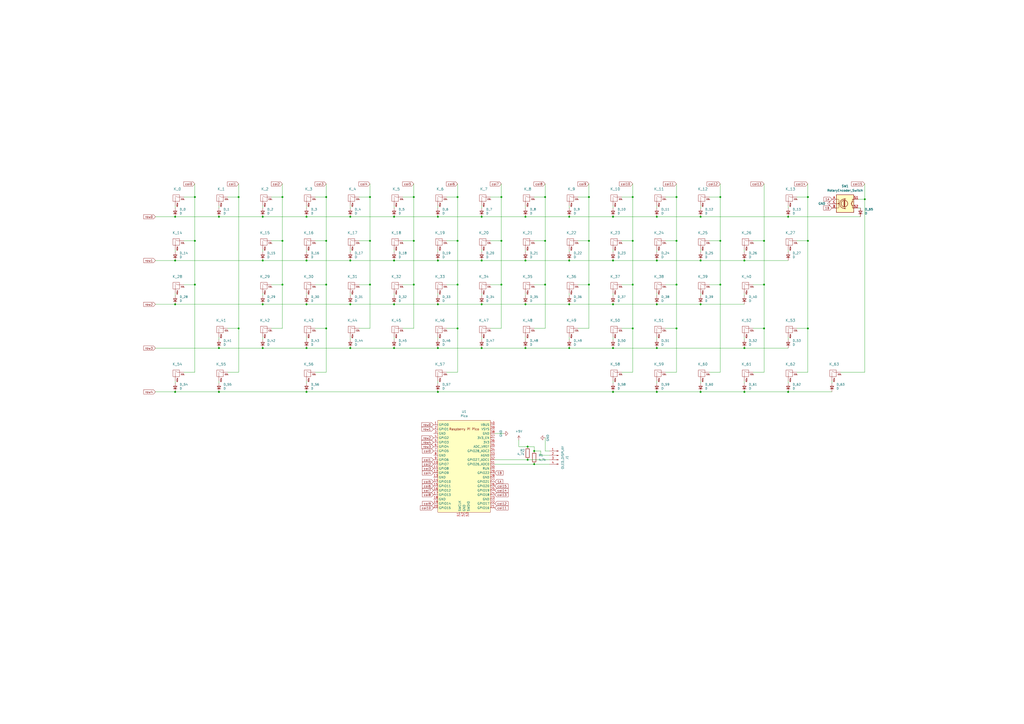
<source format=kicad_sch>
(kicad_sch (version 20231120) (generator "eeschema") (generator_version "8.0")
  (paper "A2")
  (junction (at 228.6 125.73))
  (junction (at 214.63 114.3))
  (junction (at 214.63 139.7))
  (junction (at 468.63 190.5))
  (junction (at 406.4 151.13))
  (junction (at 304.8 125.73))
  (junction (at 330.2 176.53))
  (junction (at 290.83 165.1))
  (junction (at 431.8 201.93))
  (junction (at 341.63 114.3))
  (junction (at 254 176.53))
  (junction (at 177.8 201.93))
  (junction (at 443.23 165.1))
  (junction (at 290.83 139.7))
  (junction (at 101.6 227.33))
  (junction (at 367.03 114.3))
  (junction (at 189.23 139.7))
  (junction (at 330.2 201.93))
  (junction (at 392.43 165.1))
  (junction (at 309.88 261.62))
  (junction (at 431.8 227.33))
  (junction (at 203.2 176.53))
  (junction (at 113.03 165.1))
  (junction (at 203.2 201.93))
  (junction (at 228.6 176.53))
  (junction (at 101.6 151.13))
  (junction (at 127 227.33))
  (junction (at 152.4 176.53))
  (junction (at 306.07 259.08))
  (junction (at 457.2 125.73))
  (junction (at 309.88 269.24))
  (junction (at 304.8 176.53))
  (junction (at 290.83 114.3))
  (junction (at 501.65 115.57))
  (junction (at 254 201.93))
  (junction (at 431.8 151.13))
  (junction (at 367.03 139.7))
  (junction (at 127 201.93))
  (junction (at 381 125.73))
  (junction (at 177.8 125.73))
  (junction (at 341.63 165.1))
  (junction (at 214.63 165.1))
  (junction (at 152.4 125.73))
  (junction (at 254 151.13))
  (junction (at 355.6 227.33))
  (junction (at 189.23 114.3))
  (junction (at 113.03 114.3))
  (junction (at 240.03 114.3))
  (junction (at 177.8 227.33))
  (junction (at 457.2 227.33))
  (junction (at 392.43 114.3))
  (junction (at 101.6 125.73))
  (junction (at 330.2 151.13))
  (junction (at 279.4 151.13))
  (junction (at 355.6 125.73))
  (junction (at 306.07 266.7))
  (junction (at 417.83 114.3))
  (junction (at 152.4 201.93))
  (junction (at 163.83 165.1))
  (junction (at 316.23 139.7))
  (junction (at 443.23 190.5))
  (junction (at 177.8 151.13))
  (junction (at 127 125.73))
  (junction (at 240.03 139.7))
  (junction (at 138.43 190.5))
  (junction (at 279.4 201.93))
  (junction (at 189.23 165.1))
  (junction (at 367.03 165.1))
  (junction (at 468.63 114.3))
  (junction (at 417.83 139.7))
  (junction (at 265.43 114.3))
  (junction (at 163.83 139.7))
  (junction (at 304.8 151.13))
  (junction (at 203.2 125.73))
  (junction (at 265.43 165.1))
  (junction (at 316.23 165.1))
  (junction (at 330.2 125.73))
  (junction (at 381 176.53))
  (junction (at 406.4 176.53))
  (junction (at 355.6 201.93))
  (junction (at 381 227.33))
  (junction (at 406.4 227.33))
  (junction (at 254 227.33))
  (junction (at 355.6 176.53))
  (junction (at 316.23 114.3))
  (junction (at 392.43 139.7))
  (junction (at 265.43 190.5))
  (junction (at 265.43 139.7))
  (junction (at 138.43 114.3))
  (junction (at 177.8 176.53))
  (junction (at 203.2 151.13))
  (junction (at 279.4 176.53))
  (junction (at 228.6 151.13))
  (junction (at 406.4 125.73))
  (junction (at 279.4 125.73))
  (junction (at 367.03 190.5))
  (junction (at 381 201.93))
  (junction (at 152.4 151.13))
  (junction (at 189.23 190.5))
  (junction (at 392.43 190.5))
  (junction (at 443.23 139.7))
  (junction (at 381 151.13))
  (junction (at 417.83 165.1))
  (junction (at 163.83 114.3))
  (junction (at 113.03 139.7))
  (junction (at 254 125.73))
  (junction (at 355.6 151.13))
  (junction (at 468.63 139.7))
  (junction (at 240.03 165.1))
  (junction (at 101.6 176.53))
  (junction (at 228.6 201.93))
  (junction (at 304.8 201.93))
  (junction (at 341.63 139.7))
  (wire (pts (xy 228.6 195.58) (xy 228.6 196.85)))
  (wire (pts (xy 304.8 119.38) (xy 304.8 120.65)))
  (wire (pts (xy 152.4 176.53) (xy 177.8 176.53)))
  (wire (pts (xy 468.63 114.3) (xy 468.63 139.7)))
  (wire (pts (xy 214.63 165.1) (xy 214.63 139.7)))
  (wire (pts (xy 228.6 176.53) (xy 254 176.53)))
  (wire (pts (xy 101.6 119.38) (xy 101.6 120.65)))
  (wire (pts (xy 228.6 151.13) (xy 254 151.13)))
  (wire (pts (xy 203.2 144.78) (xy 203.2 146.05)))
  (wire (pts (xy 330.2 119.38) (xy 330.2 120.65)))
  (wire (pts (xy 386.08 114.3) (xy 392.43 114.3)))
  (wire (pts (xy 182.88 165.1) (xy 189.23 165.1)))
  (wire (pts (xy 233.68 139.7) (xy 240.03 139.7)))
  (wire (pts (xy 203.2 119.38) (xy 203.2 120.65)))
  (wire (pts (xy 360.68 215.9) (xy 367.03 215.9)))
  (wire (pts (xy 431.8 151.13) (xy 457.2 151.13)))
  (wire (pts (xy 360.68 139.7) (xy 367.03 139.7)))
  (wire (pts (xy 462.28 215.9) (xy 468.63 215.9)))
  (wire (pts (xy 240.03 106.68) (xy 240.03 114.3)))
  (wire (pts (xy 457.2 220.98) (xy 457.2 222.25)))
  (wire (pts (xy 228.6 119.38) (xy 228.6 120.65)))
  (wire (pts (xy 309.88 259.08) (xy 306.07 259.08)))
  (wire (pts (xy 335.28 114.3) (xy 341.63 114.3)))
  (wire (pts (xy 290.83 106.68) (xy 290.83 114.3)))
  (wire (pts (xy 265.43 190.5) (xy 265.43 165.1)))
  (wire (pts (xy 497.84 120.65) (xy 499.11 120.65)))
  (wire (pts (xy 330.2 195.58) (xy 330.2 196.85)))
  (wire (pts (xy 313.69 264.16) (xy 313.69 261.62)))
  (wire (pts (xy 254 125.73) (xy 279.4 125.73)))
  (wire (pts (xy 101.6 220.98) (xy 101.6 222.25)))
  (wire (pts (xy 127 227.33) (xy 177.8 227.33)))
  (wire (pts (xy 163.83 190.5) (xy 163.83 165.1)))
  (wire (pts (xy 443.23 106.68) (xy 443.23 139.7)))
  (wire (pts (xy 411.48 215.9) (xy 417.83 215.9)))
  (wire (pts (xy 304.8 144.78) (xy 304.8 146.05)))
  (wire (pts (xy 381 201.93) (xy 431.8 201.93)))
  (wire (pts (xy 355.6 227.33) (xy 381 227.33)))
  (wire (pts (xy 240.03 114.3) (xy 240.03 139.7)))
  (wire (pts (xy 259.08 114.3) (xy 265.43 114.3)))
  (wire (pts (xy 208.28 165.1) (xy 214.63 165.1)))
  (wire (pts (xy 163.83 114.3) (xy 163.83 139.7)))
  (wire (pts (xy 279.4 201.93) (xy 304.8 201.93)))
  (wire (pts (xy 367.03 165.1) (xy 367.03 139.7)))
  (wire (pts (xy 101.6 125.73) (xy 127 125.73)))
  (wire (pts (xy 138.43 114.3) (xy 138.43 190.5)))
  (wire (pts (xy 279.4 125.73) (xy 304.8 125.73)))
  (wire (pts (xy 330.2 125.73) (xy 355.6 125.73)))
  (wire (pts (xy 316.23 106.68) (xy 316.23 114.3)))
  (wire (pts (xy 316.23 254) (xy 316.23 261.62)))
  (wire (pts (xy 284.48 114.3) (xy 290.83 114.3)))
  (wire (pts (xy 90.17 227.33) (xy 101.6 227.33)))
  (wire (pts (xy 177.8 227.33) (xy 254 227.33)))
  (wire (pts (xy 290.83 165.1) (xy 290.83 139.7)))
  (wire (pts (xy 367.03 190.5) (xy 367.03 165.1)))
  (wire (pts (xy 233.68 114.3) (xy 240.03 114.3)))
  (wire (pts (xy 90.17 151.13) (xy 101.6 151.13)))
  (wire (pts (xy 457.2 195.58) (xy 457.2 196.85)))
  (wire (pts (xy 287.02 269.24) (xy 309.88 269.24)))
  (wire (pts (xy 279.4 119.38) (xy 279.4 120.65)))
  (wire (pts (xy 341.63 190.5) (xy 341.63 165.1)))
  (wire (pts (xy 182.88 139.7) (xy 189.23 139.7)))
  (wire (pts (xy 406.4 227.33) (xy 431.8 227.33)))
  (wire (pts (xy 177.8 125.73) (xy 203.2 125.73)))
  (wire (pts (xy 304.8 151.13) (xy 330.2 151.13)))
  (wire (pts (xy 101.6 227.33) (xy 127 227.33)))
  (wire (pts (xy 411.48 139.7) (xy 417.83 139.7)))
  (wire (pts (xy 431.8 195.58) (xy 431.8 196.85)))
  (wire (pts (xy 189.23 106.68) (xy 189.23 114.3)))
  (wire (pts (xy 355.6 201.93) (xy 381 201.93)))
  (wire (pts (xy 189.23 215.9) (xy 189.23 190.5)))
  (wire (pts (xy 304.8 176.53) (xy 330.2 176.53)))
  (wire (pts (xy 381 151.13) (xy 406.4 151.13)))
  (wire (pts (xy 360.68 190.5) (xy 367.03 190.5)))
  (wire (pts (xy 157.48 114.3) (xy 163.83 114.3)))
  (wire (pts (xy 254 220.98) (xy 254 222.25)))
  (wire (pts (xy 254 201.93) (xy 279.4 201.93)))
  (wire (pts (xy 163.83 106.68) (xy 163.83 114.3)))
  (wire (pts (xy 177.8 220.98) (xy 177.8 222.25)))
  (wire (pts (xy 203.2 170.18) (xy 203.2 171.45)))
  (wire (pts (xy 381 170.18) (xy 381 171.45)))
  (wire (pts (xy 300.99 259.08) (xy 300.99 255.27)))
  (wire (pts (xy 417.83 106.68) (xy 417.83 114.3)))
  (wire (pts (xy 462.28 139.7) (xy 468.63 139.7)))
  (wire (pts (xy 309.88 114.3) (xy 316.23 114.3)))
  (wire (pts (xy 203.2 195.58) (xy 203.2 196.85)))
  (wire (pts (xy 417.83 215.9) (xy 417.83 165.1)))
  (wire (pts (xy 462.28 114.3) (xy 468.63 114.3)))
  (wire (pts (xy 316.23 114.3) (xy 316.23 139.7)))
  (wire (pts (xy 132.08 190.5) (xy 138.43 190.5)))
  (wire (pts (xy 265.43 165.1) (xy 265.43 139.7)))
  (wire (pts (xy 355.6 119.38) (xy 355.6 120.65)))
  (wire (pts (xy 381 227.33) (xy 406.4 227.33)))
  (wire (pts (xy 355.6 151.13) (xy 381 151.13)))
  (wire (pts (xy 279.4 151.13) (xy 304.8 151.13)))
  (wire (pts (xy 443.23 215.9) (xy 443.23 190.5)))
  (wire (pts (xy 304.8 170.18) (xy 304.8 171.45)))
  (wire (pts (xy 392.43 190.5) (xy 392.43 165.1)))
  (wire (pts (xy 138.43 215.9) (xy 138.43 190.5)))
  (wire (pts (xy 411.48 165.1) (xy 417.83 165.1)))
  (wire (pts (xy 436.88 215.9) (xy 443.23 215.9)))
  (wire (pts (xy 152.4 144.78) (xy 152.4 146.05)))
  (wire (pts (xy 309.88 269.24) (xy 318.77 269.24)))
  (wire (pts (xy 203.2 151.13) (xy 228.6 151.13)))
  (wire (pts (xy 436.88 190.5) (xy 443.23 190.5)))
  (wire (pts (xy 497.84 115.57) (xy 501.65 115.57)))
  (wire (pts (xy 431.8 201.93) (xy 457.2 201.93)))
  (wire (pts (xy 457.2 119.38) (xy 457.2 120.65)))
  (wire (pts (xy 309.88 190.5) (xy 316.23 190.5)))
  (wire (pts (xy 214.63 190.5) (xy 214.63 165.1)))
  (wire (pts (xy 127 125.73) (xy 152.4 125.73)))
  (wire (pts (xy 335.28 139.7) (xy 341.63 139.7)))
  (wire (pts (xy 355.6 125.73) (xy 381 125.73)))
  (wire (pts (xy 341.63 114.3) (xy 341.63 139.7)))
  (wire (pts (xy 284.48 190.5) (xy 290.83 190.5)))
  (wire (pts (xy 101.6 151.13) (xy 152.4 151.13)))
  (wire (pts (xy 106.68 139.7) (xy 113.03 139.7)))
  (wire (pts (xy 177.8 119.38) (xy 177.8 120.65)))
  (wire (pts (xy 436.88 165.1) (xy 443.23 165.1)))
  (wire (pts (xy 406.4 125.73) (xy 457.2 125.73)))
  (wire (pts (xy 90.17 176.53) (xy 101.6 176.53)))
  (wire (pts (xy 355.6 144.78) (xy 355.6 146.05)))
  (wire (pts (xy 287.02 266.7) (xy 306.07 266.7)))
  (wire (pts (xy 367.03 106.68) (xy 367.03 114.3)))
  (wire (pts (xy 330.2 176.53) (xy 355.6 176.53)))
  (wire (pts (xy 240.03 165.1) (xy 240.03 139.7)))
  (wire (pts (xy 360.68 114.3) (xy 367.03 114.3)))
  (wire (pts (xy 316.23 190.5) (xy 316.23 165.1)))
  (wire (pts (xy 177.8 195.58) (xy 177.8 196.85)))
  (wire (pts (xy 90.17 125.73) (xy 101.6 125.73)))
  (wire (pts (xy 233.68 165.1) (xy 240.03 165.1)))
  (wire (pts (xy 436.88 139.7) (xy 443.23 139.7)))
  (wire (pts (xy 309.88 165.1) (xy 316.23 165.1)))
  (wire (pts (xy 152.4 125.73) (xy 177.8 125.73)))
  (wire (pts (xy 487.68 215.9) (xy 501.65 215.9)))
  (wire (pts (xy 431.8 227.33) (xy 457.2 227.33)))
  (wire (pts (xy 254 176.53) (xy 279.4 176.53)))
  (wire (pts (xy 304.8 201.93) (xy 330.2 201.93)))
  (wire (pts (xy 157.48 139.7) (xy 163.83 139.7)))
  (wire (pts (xy 381 195.58) (xy 381 196.85)))
  (wire (pts (xy 177.8 144.78) (xy 177.8 146.05)))
  (wire (pts (xy 259.08 139.7) (xy 265.43 139.7)))
  (wire (pts (xy 381 220.98) (xy 381 222.25)))
  (wire (pts (xy 101.6 144.78) (xy 101.6 146.05)))
  (wire (pts (xy 309.88 139.7) (xy 316.23 139.7)))
  (wire (pts (xy 406.4 176.53) (xy 431.8 176.53)))
  (wire (pts (xy 279.4 170.18) (xy 279.4 171.45)))
  (wire (pts (xy 254 195.58) (xy 254 196.85)))
  (wire (pts (xy 381 176.53) (xy 406.4 176.53)))
  (wire (pts (xy 443.23 165.1) (xy 443.23 139.7)))
  (wire (pts (xy 406.4 119.38) (xy 406.4 120.65)))
  (wire (pts (xy 386.08 139.7) (xy 392.43 139.7)))
  (wire (pts (xy 177.8 176.53) (xy 203.2 176.53)))
  (wire (pts (xy 284.48 165.1) (xy 290.83 165.1)))
  (wire (pts (xy 330.2 170.18) (xy 330.2 171.45)))
  (wire (pts (xy 431.8 170.18) (xy 431.8 171.45)))
  (wire (pts (xy 127 201.93) (xy 152.4 201.93)))
  (wire (pts (xy 163.83 165.1) (xy 163.83 139.7)))
  (wire (pts (xy 113.03 106.68) (xy 113.03 114.3)))
  (wire (pts (xy 254 119.38) (xy 254 120.65)))
  (wire (pts (xy 309.88 261.62) (xy 309.88 259.08)))
  (wire (pts (xy 392.43 215.9) (xy 392.43 190.5)))
  (wire (pts (xy 228.6 125.73) (xy 254 125.73)))
  (wire (pts (xy 501.65 106.68) (xy 501.65 115.57)))
  (wire (pts (xy 355.6 220.98) (xy 355.6 222.25)))
  (wire (pts (xy 182.88 215.9) (xy 189.23 215.9)))
  (wire (pts (xy 367.03 215.9) (xy 367.03 190.5)))
  (wire (pts (xy 279.4 195.58) (xy 279.4 196.85)))
  (wire (pts (xy 431.8 220.98) (xy 431.8 222.25)))
  (wire (pts (xy 306.07 259.08) (xy 300.99 259.08)))
  (wire (pts (xy 355.6 170.18) (xy 355.6 171.45)))
  (wire (pts (xy 203.2 176.53) (xy 228.6 176.53)))
  (wire (pts (xy 152.4 151.13) (xy 177.8 151.13)))
  (wire (pts (xy 316.23 261.62) (xy 318.77 261.62)))
  (wire (pts (xy 182.88 114.3) (xy 189.23 114.3)))
  (wire (pts (xy 341.63 106.68) (xy 341.63 114.3)))
  (wire (pts (xy 330.2 144.78) (xy 330.2 146.05)))
  (wire (pts (xy 203.2 125.73) (xy 228.6 125.73)))
  (wire (pts (xy 392.43 106.68) (xy 392.43 114.3)))
  (wire (pts (xy 240.03 190.5) (xy 240.03 165.1)))
  (wire (pts (xy 386.08 215.9) (xy 392.43 215.9)))
  (wire (pts (xy 335.28 165.1) (xy 341.63 165.1)))
  (wire (pts (xy 290.83 114.3) (xy 290.83 139.7)))
  (wire (pts (xy 127 220.98) (xy 127 222.25)))
  (wire (pts (xy 101.6 176.53) (xy 152.4 176.53)))
  (wire (pts (xy 265.43 215.9) (xy 265.43 190.5)))
  (wire (pts (xy 208.28 139.7) (xy 214.63 139.7)))
  (wire (pts (xy 468.63 190.5) (xy 468.63 139.7)))
  (wire (pts (xy 335.28 190.5) (xy 341.63 190.5)))
  (wire (pts (xy 127 119.38) (xy 127 120.65)))
  (wire (pts (xy 106.68 165.1) (xy 113.03 165.1)))
  (wire (pts (xy 381 125.73) (xy 406.4 125.73)))
  (wire (pts (xy 228.6 201.93) (xy 254 201.93)))
  (wire (pts (xy 306.07 266.7) (xy 318.77 266.7)))
  (wire (pts (xy 457.2 144.78) (xy 457.2 146.05)))
  (wire (pts (xy 138.43 106.68) (xy 138.43 114.3)))
  (wire (pts (xy 304.8 195.58) (xy 304.8 196.85)))
  (wire (pts (xy 482.6 220.98) (xy 482.6 222.25)))
  (wire (pts (xy 113.03 215.9) (xy 113.03 165.1)))
  (wire (pts (xy 330.2 201.93) (xy 355.6 201.93)))
  (wire (pts (xy 406.4 220.98) (xy 406.4 222.25)))
  (wire (pts (xy 360.68 165.1) (xy 367.03 165.1)))
  (wire (pts (xy 177.8 170.18) (xy 177.8 171.45)))
  (wire (pts (xy 313.69 261.62) (xy 309.88 261.62)))
  (wire (pts (xy 157.48 190.5) (xy 163.83 190.5)))
  (wire (pts (xy 341.63 165.1) (xy 341.63 139.7)))
  (wire (pts (xy 367.03 114.3) (xy 367.03 139.7)))
  (wire (pts (xy 259.08 165.1) (xy 265.43 165.1)))
  (wire (pts (xy 152.4 195.58) (xy 152.4 196.85)))
  (wire (pts (xy 355.6 195.58) (xy 355.6 196.85)))
  (wire (pts (xy 392.43 114.3) (xy 392.43 139.7)))
  (wire (pts (xy 279.4 144.78) (xy 279.4 146.05)))
  (wire (pts (xy 292.1 251.46) (xy 287.02 251.46)))
  (wire (pts (xy 127 195.58) (xy 127 196.85)))
  (wire (pts (xy 304.8 125.73) (xy 330.2 125.73)))
  (wire (pts (xy 443.23 190.5) (xy 443.23 165.1)))
  (wire (pts (xy 316.23 165.1) (xy 316.23 139.7)))
  (wire (pts (xy 189.23 165.1) (xy 189.23 139.7)))
  (wire (pts (xy 265.43 114.3) (xy 265.43 139.7)))
  (wire (pts (xy 152.4 201.93) (xy 177.8 201.93)))
  (wire (pts (xy 468.63 106.68) (xy 468.63 114.3)))
  (wire (pts (xy 462.28 190.5) (xy 468.63 190.5)))
  (wire (pts (xy 157.48 165.1) (xy 163.83 165.1)))
  (wire (pts (xy 189.23 114.3) (xy 189.23 139.7)))
  (wire (pts (xy 355.6 176.53) (xy 381 176.53)))
  (wire (pts (xy 203.2 201.93) (xy 228.6 201.93)))
  (wire (pts (xy 113.03 114.3) (xy 113.03 139.7)))
  (wire (pts (xy 152.4 119.38) (xy 152.4 120.65)))
  (wire (pts (xy 381 144.78) (xy 381 146.05)))
  (wire (pts (xy 457.2 227.33) (xy 482.6 227.33)))
  (wire (pts (xy 182.88 190.5) (xy 189.23 190.5)))
  (wire (pts (xy 106.68 215.9) (xy 113.03 215.9)))
  (wire (pts (xy 284.48 139.7) (xy 290.83 139.7)))
  (wire (pts (xy 152.4 170.18) (xy 152.4 171.45)))
  (wire (pts (xy 254 227.33) (xy 355.6 227.33)))
  (wire (pts (xy 208.28 190.5) (xy 214.63 190.5)))
  (wire (pts (xy 411.48 114.3) (xy 417.83 114.3)))
  (wire (pts (xy 132.08 215.9) (xy 138.43 215.9)))
  (wire (pts (xy 254 151.13) (xy 279.4 151.13)))
  (wire (pts (xy 417.83 165.1) (xy 417.83 139.7)))
  (wire (pts (xy 208.28 114.3) (xy 214.63 114.3)))
  (wire (pts (xy 468.63 215.9) (xy 468.63 190.5)))
  (wire (pts (xy 386.08 165.1) (xy 392.43 165.1)))
  (wire (pts (xy 228.6 170.18) (xy 228.6 171.45)))
  (wire (pts (xy 417.83 114.3) (xy 417.83 139.7)))
  (wire (pts (xy 290.83 190.5) (xy 290.83 165.1)))
  (wire (pts (xy 101.6 170.18) (xy 101.6 171.45)))
  (wire (pts (xy 265.43 106.68) (xy 265.43 114.3)))
  (wire (pts (xy 259.08 190.5) (xy 265.43 190.5)))
  (wire (pts (xy 177.8 201.93) (xy 203.2 201.93)))
  (wire (pts (xy 431.8 144.78) (xy 431.8 146.05)))
  (wire (pts (xy 254 144.78) (xy 254 146.05)))
  (wire (pts (xy 177.8 151.13) (xy 203.2 151.13)))
  (wire (pts (xy 233.68 190.5) (xy 240.03 190.5)))
  (wire (pts (xy 313.69 264.16) (xy 318.77 264.16)))
  (wire (pts (xy 228.6 144.78) (xy 228.6 146.05)))
  (wire (pts (xy 254 170.18) (xy 254 171.45)))
  (wire (pts (xy 113.03 165.1) (xy 113.03 139.7)))
  (wire (pts (xy 330.2 151.13) (xy 355.6 151.13)))
  (wire (pts (xy 214.63 106.68) (xy 214.63 114.3)))
  (wire (pts (xy 501.65 115.57) (xy 501.65 215.9)))
  (wire (pts (xy 386.08 190.5) (xy 392.43 190.5)))
  (wire (pts (xy 189.23 190.5) (xy 189.23 165.1)))
  (wire (pts (xy 90.17 201.93) (xy 127 201.93)))
  (wire (pts (xy 279.4 176.53) (xy 304.8 176.53)))
  (wire (pts (xy 392.43 165.1) (xy 392.43 139.7)))
  (wire (pts (xy 406.4 151.13) (xy 431.8 151.13)))
  (wire (pts (xy 381 119.38) (xy 381 120.65)))
  (wire (pts (xy 214.63 114.3) (xy 214.63 139.7)))
  (wire (pts (xy 259.08 215.9) (xy 265.43 215.9)))
  (wire (pts (xy 132.08 114.3) (xy 138.43 114.3)))
  (wire (pts (xy 406.4 170.18) (xy 406.4 171.45)))
  (wire (pts (xy 406.4 144.78) (xy 406.4 146.05)))
  (wire (pts (xy 106.68 114.3) (xy 113.03 114.3)))
  (wire (pts (xy 457.2 125.73) (xy 499.11 125.73)))
  (global_label "col3" (shape input) (at 189.23 106.68 180) (property "Intersheetrefs" "${INTERSHEET_REFS}" (effects (hide yes))))
  (global_label "col4" (shape input) (at 251.46 274.32 180) (property "Intersheetrefs" "${INTERSHEET_REFS}" (effects (hide yes))))
  (global_label "col8" (shape input) (at 251.46 287.02 180) (property "Intersheetrefs" "${INTERSHEET_REFS}" (effects (hide yes))))
  (global_label "row4" (shape input) (at 90.17 227.33 180) (property "Intersheetrefs" "${INTERSHEET_REFS}" (effects (hide yes))))
  (global_label "row3" (shape input) (at 251.46 259.08 180) (property "Intersheetrefs" "${INTERSHEET_REFS}" (effects (hide yes))))
  (global_label "col3" (shape input) (at 251.46 271.78 180) (property "Intersheetrefs" "${INTERSHEET_REFS}" (effects (hide yes))))
  (global_label "col13" (shape input) (at 443.23 106.68 180) (property "Intersheetrefs" "${INTERSHEET_REFS}" (effects (hide yes))))
  (global_label "col13" (shape input) (at 287.02 287.02 0) (property "Intersheetrefs" "${INTERSHEET_REFS}" (effects (hide yes))))
  (global_label "col7" (shape input) (at 251.46 284.48 180) (property "Intersheetrefs" "${INTERSHEET_REFS}" (effects (hide yes))))
  (global_label "col2" (shape input) (at 251.46 269.24 180) (property "Intersheetrefs" "${INTERSHEET_REFS}" (effects (hide yes))))
  (global_label "col0" (shape input) (at 113.03 106.68 180) (property "Intersheetrefs" "${INTERSHEET_REFS}" (effects (hide yes))))
  (global_label "col8" (shape input) (at 316.23 106.68 180) (property "Intersheetrefs" "${INTERSHEET_REFS}" (effects (hide yes))))
  (global_label "row0" (shape input) (at 90.17 125.73 180) (property "Intersheetrefs" "${INTERSHEET_REFS}" (effects (hide yes))))
  (global_label "col2" (shape input) (at 163.83 106.68 180) (property "Intersheetrefs" "${INTERSHEET_REFS}" (effects (hide yes))))
  (global_label "col12" (shape input) (at 287.02 292.1 0) (property "Intersheetrefs" "${INTERSHEET_REFS}" (effects (hide yes))))
  (global_label "col15" (shape input) (at 287.02 281.94 0) (property "Intersheetrefs" "${INTERSHEET_REFS}" (effects (hide yes))))
  (global_label "row2" (shape input) (at 251.46 254 180) (property "Intersheetrefs" "${INTERSHEET_REFS}" (effects (hide yes))))
  (global_label "row1" (shape input) (at 90.17 151.13 180) (property "Intersheetrefs" "${INTERSHEET_REFS}" (effects (hide yes))))
  (global_label "col5" (shape input) (at 251.46 279.4 180) (property "Intersheetrefs" "${INTERSHEET_REFS}" (effects (hide yes))))
  (global_label "1A" (shape input) (at 482.6 115.57 180) (property "Intersheetrefs" "${INTERSHEET_REFS}" (effects (hide yes))))
  (global_label "col1" (shape input) (at 251.46 266.7 180) (property "Intersheetrefs" "${INTERSHEET_REFS}" (effects (hide yes))))
  (global_label "col6" (shape input) (at 265.43 106.68 180) (property "Intersheetrefs" "${INTERSHEET_REFS}" (effects (hide yes))))
  (global_label "row4" (shape input) (at 251.46 256.54 180) (property "Intersheetrefs" "${INTERSHEET_REFS}" (effects (hide yes))))
  (global_label "col1" (shape input) (at 138.43 106.68 180) (property "Intersheetrefs" "${INTERSHEET_REFS}" (effects (hide yes))))
  (global_label "col12" (shape input) (at 417.83 106.68 180) (property "Intersheetrefs" "${INTERSHEET_REFS}" (effects (hide yes))))
  (global_label "row3" (shape input) (at 90.17 201.93 180) (property "Intersheetrefs" "${INTERSHEET_REFS}" (effects (hide yes))))
  (global_label "col7" (shape input) (at 290.83 106.68 180) (property "Intersheetrefs" "${INTERSHEET_REFS}" (effects (hide yes))))
  (global_label "col14" (shape input) (at 287.02 284.48 0) (property "Intersheetrefs" "${INTERSHEET_REFS}" (effects (hide yes))))
  (global_label "col5" (shape input) (at 240.03 106.68 180) (property "Intersheetrefs" "${INTERSHEET_REFS}" (effects (hide yes))))
  (global_label "col9" (shape input) (at 341.63 106.68 180) (property "Intersheetrefs" "${INTERSHEET_REFS}" (effects (hide yes))))
  (global_label "col6" (shape input) (at 251.46 281.94 180) (property "Intersheetrefs" "${INTERSHEET_REFS}" (effects (hide yes))))
  (global_label "row0" (shape input) (at 251.46 246.38 180) (property "Intersheetrefs" "${INTERSHEET_REFS}" (effects (hide yes))))
  (global_label "1A" (shape input) (at 287.02 279.4 0) (property "Intersheetrefs" "${INTERSHEET_REFS}" (effects (hide yes))))
  (global_label "row2" (shape input) (at 90.17 176.53 180) (property "Intersheetrefs" "${INTERSHEET_REFS}" (effects (hide yes))))
  (global_label "col11" (shape input) (at 287.02 294.64 0) (property "Intersheetrefs" "${INTERSHEET_REFS}" (effects (hide yes))))
  (global_label "col10" (shape input) (at 367.03 106.68 180) (property "Intersheetrefs" "${INTERSHEET_REFS}" (effects (hide yes))))
  (global_label "col0" (shape input) (at 251.46 261.62 180) (property "Intersheetrefs" "${INTERSHEET_REFS}" (effects (hide yes))))
  (global_label "col14" (shape input) (at 468.63 106.68 180) (property "Intersheetrefs" "${INTERSHEET_REFS}" (effects (hide yes))))
  (global_label "col4" (shape input) (at 214.63 106.68 180) (property "Intersheetrefs" "${INTERSHEET_REFS}" (effects (hide yes))))
  (global_label "1B" (shape input) (at 287.02 274.32 0) (property "Intersheetrefs" "${INTERSHEET_REFS}" (effects (hide yes))))
  (global_label "row1" (shape input) (at 251.46 248.92 180) (property "Intersheetrefs" "${INTERSHEET_REFS}" (effects (hide yes))))
  (global_label "col11" (shape input) (at 392.43 106.68 180) (property "Intersheetrefs" "${INTERSHEET_REFS}" (effects (hide yes))))
  (global_label "col15" (shape input) (at 501.65 106.68 180) (property "Intersheetrefs" "${INTERSHEET_REFS}" (effects (hide yes))))
  (global_label "col9" (shape input) (at 251.46 292.1 180) (property "Intersheetrefs" "${INTERSHEET_REFS}" (effects (hide yes))))
  (global_label "1B" (shape input) (at 482.6 120.65 180) (property "Intersheetrefs" "${INTERSHEET_REFS}" (effects (hide yes))))
  (global_label "col10" (shape input) (at 251.46 294.64 180) (property "Intersheetrefs" "${INTERSHEET_REFS}" (effects (hide yes))))
  (symbol (lib_id "Device:D_Small") (at 406.4 148.59 90) (unit 1)
    (property "Reference" "D_25" (at 408.94 146.812 90) (effects (justify right)))
    (property "Value" "D" (at 408.94 149.098 90) (effects (justify right)))
    (property "Footprint" "Diode_THT:D_A-405_P7.62mm_Horizontal" (effects (hide yes)))
  )
  (symbol (lib_id "MX_Alps_Hybrid:MX-NoLED") (at 153.67 115.57 0) (unit 1)
    (property "Reference" "K_2" (at 153.67 109.6518 0) (effects (font (size 1.524 1.524))))
    (property "Value" "KEYSW" (effects (hide yes)))
    (property "Footprint" "Button_Switch_Keyboard:SW_Cherry_MX_1.00u_PCB" (effects (hide yes)))
  )
  (symbol (lib_id "MX_Alps_Hybrid:MX-NoLED") (at 458.47 217.17 0) (unit 1)
    (property "Reference" "K_62" (at 458.47 211.2518 0) (effects (font (size 1.524 1.524))))
    (property "Value" "KEYSW" (effects (hide yes)))
    (property "Footprint" "Button_Switch_Keyboard:SW_Cherry_MX_1.00u_PCB" (effects (hide yes)))
  )
  (symbol (lib_id "Device:D_Small") (at 228.6 173.99 90) (unit 1)
    (property "Reference" "D_32" (at 231.14 172.212 90) (effects (justify right)))
    (property "Value" "D" (at 231.14 174.498 90) (effects (justify right)))
    (property "Footprint" "Diode_THT:D_A-405_P7.62mm_Horizontal" (effects (hide yes)))
  )
  (symbol (lib_id "MX_Alps_Hybrid:MX-NoLED") (at 331.47 140.97 0) (unit 1)
    (property "Reference" "K_22" (at 331.47 135.0518 0) (effects (font (size 1.524 1.524))))
    (property "Value" "KEYSW" (effects (hide yes)))
    (property "Footprint" "Button_Switch_Keyboard:SW_Cherry_MX_1.00u_PCB" (effects (hide yes)))
  )
  (symbol (lib_id "MX_Alps_Hybrid:MX-NoLED") (at 128.27 191.77 0) (unit 1)
    (property "Reference" "K_41" (at 128.27 185.8518 0) (effects (font (size 1.524 1.524))))
    (property "Value" "KEYSW" (effects (hide yes)))
    (property "Footprint" "Button_Switch_Keyboard:SW_Cherry_MX_2.25u_PCB" (effects (hide yes)))
  )
  (symbol (lib_id "Device:D_Small") (at 152.4 199.39 90) (unit 1)
    (property "Reference" "D_42" (at 154.94 197.612 90) (effects (justify right)))
    (property "Value" "D" (at 154.94 199.898 90) (effects (justify right)))
    (property "Footprint" "Diode_THT:D_A-405_P7.62mm_Horizontal" (effects (hide yes)))
  )
  (symbol (lib_id "MX_Alps_Hybrid:MX-NoLED") (at 458.47 115.57 0) (unit 1)
    (property "Reference" "K_13" (at 458.47 109.6518 0) (effects (font (size 1.524 1.524))))
    (property "Value" "KEYSW" (effects (hide yes)))
    (property "Footprint" "Button_Switch_Keyboard:SW_Cherry_MX_2.00u_PCB" (effects (hide yes)))
  )
  (symbol (lib_id "MX_Alps_Hybrid:MX-NoLED") (at 483.87 217.17 0) (unit 1)
    (property "Reference" "K_63" (at 483.87 211.2518 0) (effects (font (size 1.524 1.524))))
    (property "Value" "KEYSW" (effects (hide yes)))
    (property "Footprint" "Button_Switch_Keyboard:SW_Cherry_MX_1.00u_PCB" (effects (hide yes)))
  )
  (symbol (lib_id "Device:D_Small") (at 381 173.99 90) (unit 1)
    (property "Reference" "D_38" (at 383.54 172.212 90) (effects (justify right)))
    (property "Value" "D" (at 383.54 174.498 90) (effects (justify right)))
    (property "Footprint" "Diode_THT:D_A-405_P7.62mm_Horizontal" (effects (hide yes)))
  )
  (symbol (lib_id "MX_Alps_Hybrid:MX-NoLED") (at 433.07 166.37 0) (unit 1)
    (property "Reference" "K_40" (at 433.07 160.4518 0) (effects (font (size 1.524 1.524))))
    (property "Value" "KEYSW" (effects (hide yes)))
    (property "Footprint" "Button_Switch_Keyboard:SW_Cherry_MX_2.25u_PCB" (effects (hide yes)))
  )
  (symbol (lib_id "Device:D_Small") (at 152.4 173.99 90) (unit 1)
    (property "Reference" "D_29" (at 154.94 172.212 90) (effects (justify right)))
    (property "Value" "D" (at 154.94 174.498 90) (effects (justify right)))
    (property "Footprint" "Diode_THT:D_A-405_P7.62mm_Horizontal" (effects (hide yes)))
  )
  (symbol (lib_id "MX_Alps_Hybrid:MX-NoLED") (at 255.27 217.17 0) (unit 1)
    (property "Reference" "K_57" (at 255.27 211.2518 0) (effects (font (size 1.524 1.524))))
    (property "Value" "KEYSW" (effects (hide yes)))
    (property "Footprint" "Button_Switch_Keyboard:SW_Cherry_MX_6.25u_PCB" (effects (hide yes)))
  )
  (symbol (lib_id "MX_Alps_Hybrid:MX-NoLED") (at 356.87 217.17 0) (unit 1)
    (property "Reference" "K_58" (at 356.87 211.2518 0) (effects (font (size 1.524 1.524))))
    (property "Value" "KEYSW" (effects (hide yes)))
    (property "Footprint" "Button_Switch_Keyboard:SW_Cherry_MX_1.00u_PCB" (effects (hide yes)))
  )
  (symbol (lib_id "Device:D_Small") (at 279.4 173.99 90) (unit 1)
    (property "Reference" "D_34" (at 281.94 172.212 90) (effects (justify right)))
    (property "Value" "D" (at 281.94 174.498 90) (effects (justify right)))
    (property "Footprint" "Diode_THT:D_A-405_P7.62mm_Horizontal" (effects (hide yes)))
  )
  (symbol (lib_id "MX_Alps_Hybrid:MX-NoLED") (at 102.87 140.97 0) (unit 1)
    (property "Reference" "K_14" (at 102.87 135.0518 0) (effects (font (size 1.524 1.524))))
    (property "Value" "KEYSW" (effects (hide yes)))
    (property "Footprint" "Button_Switch_Keyboard:SW_Cherry_MX_1.50u_PCB" (effects (hide yes)))
  )
  (symbol (lib_id "MX_Alps_Hybrid:MX-NoLED") (at 382.27 140.97 0) (unit 1)
    (property "Reference" "K_24" (at 382.27 135.0518 0) (effects (font (size 1.524 1.524))))
    (property "Value" "KEYSW" (effects (hide yes)))
    (property "Footprint" "Button_Switch_Keyboard:SW_Cherry_MX_1.00u_PCB" (effects (hide yes)))
  )
  (symbol (lib_id "Device:D_Small") (at 406.4 224.79 90) (unit 1)
    (property "Reference" "D_60" (at 408.94 223.012 90) (effects (justify right)))
    (property "Value" "D" (at 408.94 225.298 90) (effects (justify right)))
    (property "Footprint" "Diode_THT:D_A-405_P7.62mm_Horizontal" (effects (hide yes)))
  )
  (symbol (lib_id "Device:D_Small") (at 457.2 224.79 90) (unit 1)
    (property "Reference" "D_62" (at 459.74 223.012 90) (effects (justify right)))
    (property "Value" "D" (at 459.74 225.298 90) (effects (justify right)))
    (property "Footprint" "Diode_THT:D_A-405_P7.62mm_Horizontal" (effects (hide yes)))
  )
  (symbol (lib_id "MX_Alps_Hybrid:MX-NoLED") (at 102.87 115.57 0) (unit 1)
    (property "Reference" "K_0" (at 102.87 109.6518 0) (effects (font (size 1.524 1.524))))
    (property "Value" "KEYSW" (effects (hide yes)))
    (property "Footprint" "Button_Switch_Keyboard:SW_Cherry_MX_1.00u_PCB" (effects (hide yes)))
  )
  (symbol (lib_id "Device:D_Small") (at 457.2 199.39 90) (unit 1)
    (property "Reference" "D_53" (at 459.74 197.612 90) (effects (justify right)))
    (property "Value" "D" (at 459.74 199.898 90) (effects (justify right)))
    (property "Footprint" "Diode_THT:D_A-405_P7.62mm_Horizontal" (effects (hide yes)))
  )
  (symbol (lib_id "Device:D_Small") (at 152.4 148.59 90) (unit 1)
    (property "Reference" "D_15" (at 154.94 146.812 90) (effects (justify right)))
    (property "Value" "D" (at 154.94 149.098 90) (effects (justify right)))
    (property "Footprint" "Diode_THT:D_A-405_P7.62mm_Horizontal" (effects (hide yes)))
  )
  (symbol (lib_id "Device:R") (at 306.07 262.89 0) (unit 1)
    (property "Reference" "R2" (at 301.752 261.366 0) (effects (justify left)))
    (property "Value" "4.7k" (at 299.974 263.398 0) (effects (justify left)))
    (property "Footprint" "Resistor_THT:R_Axial_DIN0204_L3.6mm_D1.6mm_P5.08mm_Horizontal" (effects (hide yes)))
    (property "Description" "Resistor" (effects (hide yes)))
  )
  (symbol (lib_id "Device:D_Small") (at 203.2 123.19 90) (unit 1)
    (property "Reference" "D_4" (at 205.74 121.412 90) (effects (justify right)))
    (property "Value" "D" (at 205.74 123.698 90) (effects (justify right)))
    (property "Footprint" "Diode_THT:D_A-405_P7.62mm_Horizontal" (effects (hide yes)))
  )
  (symbol (lib_id "MX_Alps_Hybrid:MX-NoLED") (at 306.07 191.77 0) (unit 1)
    (property "Reference" "K_48" (at 306.07 185.8518 0) (effects (font (size 1.524 1.524))))
    (property "Value" "KEYSW" (effects (hide yes)))
    (property "Footprint" "Button_Switch_Keyboard:SW_Cherry_MX_1.00u_PCB" (effects (hide yes)))
  )
  (symbol (lib_id "Device:D_Small") (at 203.2 199.39 90) (unit 1)
    (property "Reference" "D_44" (at 205.74 197.612 90) (effects (justify right)))
    (property "Value" "D" (at 205.74 199.898 90) (effects (justify right)))
    (property "Footprint" "Diode_THT:D_A-405_P7.62mm_Horizontal" (effects (hide yes)))
  )
  (symbol (lib_id "MX_Alps_Hybrid:MX-NoLED") (at 255.27 191.77 0) (unit 1)
    (property "Reference" "K_46" (at 255.27 185.8518 0) (effects (font (size 1.524 1.524))))
    (property "Value" "KEYSW" (effects (hide yes)))
    (property "Footprint" "Button_Switch_Keyboard:SW_Cherry_MX_1.00u_PCB" (effects (hide yes)))
  )
  (symbol (lib_id "Connector:Conn_01x04_Pin") (at 323.85 264.16 0) (mirror y) (unit 1)
    (property "Reference" "J1" (at 328.93 265.43 90))
    (property "Value" "OLED_DISPLAY" (at 326.39 265.43 90))
    (property "Footprint" "SSD1306_OLED:0.91_3D" (effects (hide yes)))
    (property "Description" "Generic connector, single row, 01x04, script generated" (effects (hide yes)))
  )
  (symbol (lib_id "MX_Alps_Hybrid:MX-NoLED") (at 280.67 166.37 0) (unit 1)
    (property "Reference" "K_34" (at 280.67 160.4518 0) (effects (font (size 1.524 1.524))))
    (property "Value" "KEYSW" (effects (hide yes)))
    (property "Footprint" "Button_Switch_Keyboard:SW_Cherry_MX_1.00u_PCB" (effects (hide yes)))
  )
  (symbol (lib_id "Device:D_Small") (at 406.4 173.99 90) (unit 1)
    (property "Reference" "D_39" (at 408.94 172.212 90) (effects (justify right)))
    (property "Value" "D" (at 408.94 174.498 90) (effects (justify right)))
    (property "Footprint" "Diode_THT:D_A-405_P7.62mm_Horizontal" (effects (hide yes)))
  )
  (symbol (lib_id "Device:D_Small") (at 457.2 123.19 90) (unit 1)
    (property "Reference" "D_13" (at 459.74 121.412 90) (effects (justify right)))
    (property "Value" "D" (at 459.74 123.698 90) (effects (justify right)))
    (property "Footprint" "Diode_THT:D_A-405_P7.62mm_Horizontal" (effects (hide yes)))
  )
  (symbol (lib_id "power:+5V") (at 300.99 255.27 0) (unit 1)
    (property "Reference" "#PWR04" (effects (hide yes)))
    (property "Value" "+5V" (at 300.99 250.19 0))
    (property "Description" "Power symbol creates a global label with name \"+5V\"" (effects (hide yes)))
  )
  (symbol (lib_id "Device:D_Small") (at 431.8 173.99 90) (unit 1)
    (property "Reference" "D_40" (at 434.34 172.212 90) (effects (justify right)))
    (property "Value" "D" (at 434.34 174.498 90) (effects (justify right)))
    (property "Footprint" "Diode_THT:D_A-405_P7.62mm_Horizontal" (effects (hide yes)))
  )
  (symbol (lib_id "MX_Alps_Hybrid:MX-NoLED") (at 255.27 140.97 0) (unit 1)
    (property "Reference" "K_19" (at 255.27 135.0518 0) (effects (font (size 1.524 1.524))))
    (property "Value" "KEYSW" (effects (hide yes)))
    (property "Footprint" "Button_Switch_Keyboard:SW_Cherry_MX_1.00u_PCB" (effects (hide yes)))
  )
  (symbol (lib_id "MX_Alps_Hybrid:MX-NoLED") (at 128.27 217.17 0) (unit 1)
    (property "Reference" "K_55" (at 128.27 211.2518 0) (effects (font (size 1.524 1.524))))
    (property "Value" "KEYSW" (effects (hide yes)))
    (property "Footprint" "Button_Switch_Keyboard:SW_Cherry_MX_1.25u_PCB" (effects (hide yes)))
  )
  (symbol (lib_id "MX_Alps_Hybrid:MX-NoLED") (at 179.07 217.17 0) (unit 1)
    (property "Reference" "K_56" (at 179.07 211.2518 0) (effects (font (size 1.524 1.524))))
    (property "Value" "KEYSW" (effects (hide yes)))
    (property "Footprint" "Button_Switch_Keyboard:SW_Cherry_MX_1.25u_PCB" (effects (hide yes)))
  )
  (symbol (lib_id "MX_Alps_Hybrid:MX-NoLED") (at 229.87 191.77 0) (unit 1)
    (property "Reference" "K_45" (at 229.87 185.8518 0) (effects (font (size 1.524 1.524))))
    (property "Value" "KEYSW" (effects (hide yes)))
    (property "Footprint" "Button_Switch_Keyboard:SW_Cherry_MX_1.00u_PCB" (effects (hide yes)))
  )
  (symbol (lib_id "MX_Alps_Hybrid:MX-NoLED") (at 331.47 166.37 0) (unit 1)
    (property "Reference" "K_36" (at 331.47 160.4518 0) (effects (font (size 1.524 1.524))))
    (property "Value" "KEYSW" (effects (hide yes)))
    (property "Footprint" "Button_Switch_Keyboard:SW_Cherry_MX_1.00u_PCB" (effects (hide yes)))
  )
  (symbol (lib_id "Device:D_Small") (at 457.2 148.59 90) (unit 1)
    (property "Reference" "D_27" (at 459.74 146.812 90) (effects (justify right)))
    (property "Value" "D" (at 459.74 149.098 90) (effects (justify right)))
    (property "Footprint" "Diode_THT:D_A-405_P7.62mm_Horizontal" (effects (hide yes)))
  )
  (symbol (lib_id "MX_Alps_Hybrid:MX-NoLED") (at 179.07 166.37 0) (unit 1)
    (property "Reference" "K_30" (at 179.07 160.4518 0) (effects (font (size 1.524 1.524))))
    (property "Value" "KEYSW" (effects (hide yes)))
    (property "Footprint" "Button_Switch_Keyboard:SW_Cherry_MX_1.00u_PCB" (effects (hide yes)))
  )
  (symbol (lib_id "MX_Alps_Hybrid:MX-NoLED") (at 356.87 115.57 0) (unit 1)
    (property "Reference" "K_10" (at 356.87 109.6518 0) (effects (font (size 1.524 1.524))))
    (property "Value" "KEYSW" (effects (hide yes)))
    (property "Footprint" "Button_Switch_Keyboard:SW_Cherry_MX_1.00u_PCB" (effects (hide yes)))
  )
  (symbol (lib_id "MX_Alps_Hybrid:MX-NoLED") (at 128.27 115.57 0) (unit 1)
    (property "Reference" "K_1" (at 128.27 109.6518 0) (effects (font (size 1.524 1.524))))
    (property "Value" "KEYSW" (effects (hide yes)))
    (property "Footprint" "Button_Switch_Keyboard:SW_Cherry_MX_1.00u_PCB" (effects (hide yes)))
  )
  (symbol (lib_id "MX_Alps_Hybrid:MX-NoLED") (at 356.87 166.37 0) (unit 1)
    (property "Reference" "K_37" (at 356.87 160.4518 0) (effects (font (size 1.524 1.524))))
    (property "Value" "KEYSW" (effects (hide yes)))
    (property "Footprint" "Button_Switch_Keyboard:SW_Cherry_MX_1.00u_PCB" (effects (hide yes)))
  )
  (symbol (lib_id "Device:D_Small") (at 330.2 148.59 90) (unit 1)
    (property "Reference" "D_22" (at 332.74 146.812 90) (effects (justify right)))
    (property "Value" "D" (at 332.74 149.098 90) (effects (justify right)))
    (property "Footprint" "Diode_THT:D_A-405_P7.62mm_Horizontal" (effects (hide yes)))
  )
  (symbol (lib_id "MX_Alps_Hybrid:MX-NoLED") (at 153.67 140.97 0) (unit 1)
    (property "Reference" "K_15" (at 153.67 135.0518 0) (effects (font (size 1.524 1.524))))
    (property "Value" "KEYSW" (effects (hide yes)))
    (property "Footprint" "Button_Switch_Keyboard:SW_Cherry_MX_1.00u_PCB" (effects (hide yes)))
  )
  (symbol (lib_id "Device:D_Small") (at 177.8 173.99 90) (unit 1)
    (property "Reference" "D_30" (at 180.34 172.212 90) (effects (justify right)))
    (property "Value" "D" (at 180.34 174.498 90) (effects (justify right)))
    (property "Footprint" "Diode_THT:D_A-405_P7.62mm_Horizontal" (effects (hide yes)))
  )
  (symbol (lib_id "Device:D_Small") (at 177.8 123.19 90) (unit 1)
    (property "Reference" "D_3" (at 180.34 121.412 90) (effects (justify right)))
    (property "Value" "D" (at 180.34 123.698 90) (effects (justify right)))
    (property "Footprint" "Diode_THT:D_A-405_P7.62mm_Horizontal" (effects (hide yes)))
  )
  (symbol (lib_id "MX_Alps_Hybrid:MX-NoLED") (at 306.07 166.37 0) (unit 1)
    (property "Reference" "K_35" (at 306.07 160.4518 0) (effects (font (size 1.524 1.524))))
    (property "Value" "KEYSW" (effects (hide yes)))
    (property "Footprint" "Button_Switch_Keyboard:SW_Cherry_MX_1.00u_PCB" (effects (hide yes)))
  )
  (symbol (lib_id "MX_Alps_Hybrid:MX-NoLED") (at 153.67 191.77 0) (unit 1)
    (property "Reference" "K_42" (at 153.67 185.8518 0) (effects (font (size 1.524 1.524))))
    (property "Value" "KEYSW" (effects (hide yes)))
    (property "Footprint" "Button_Switch_Keyboard:SW_Cherry_MX_1.00u_PCB" (effects (hide yes)))
  )
  (symbol (lib_id "Device:D_Small") (at 203.2 148.59 90) (unit 1)
    (property "Reference" "D_17" (at 205.74 146.812 90) (effects (justify right)))
    (property "Value" "D" (at 205.74 149.098 90) (effects (justify right)))
    (property "Footprint" "Diode_THT:D_A-405_P7.62mm_Horizontal" (effects (hide yes)))
  )
  (symbol (lib_id "MX_Alps_Hybrid:MX-NoLED") (at 102.87 166.37 0) (unit 1)
    (property "Reference" "K_28" (at 102.87 160.4518 0) (effects (font (size 1.524 1.524))))
    (property "Value" "KEYSW" (effects (hide yes)))
    (property "Footprint" "Button_Switch_Keyboard:SW_Cherry_MX_1.75u_PCB" (effects (hide yes)))
  )
  (symbol (lib_id "Device:D_Small") (at 304.8 148.59 90) (unit 1)
    (property "Reference" "D_21" (at 307.34 146.812 90) (effects (justify right)))
    (property "Value" "D" (at 307.34 149.098 90) (effects (justify right)))
    (property "Footprint" "Diode_THT:D_A-405_P7.62mm_Horizontal" (effects (hide yes)))
  )
  (symbol (lib_id "MX_Alps_Hybrid:MX-NoLED") (at 382.27 191.77 0) (unit 1)
    (property "Reference" "K_51" (at 382.27 185.8518 0) (effects (font (size 1.524 1.524))))
    (property "Value" "KEYSW" (effects (hide yes)))
    (property "Footprint" "Button_Switch_Keyboard:SW_Cherry_MX_1.00u_PCB" (effects (hide yes)))
  )
  (symbol (lib_id "Device:D_Small") (at 152.4 123.19 90) (unit 1)
    (property "Reference" "D_2" (at 154.94 121.412 90) (effects (justify right)))
    (property "Value" "D" (at 154.94 123.698 90) (effects (justify right)))
    (property "Footprint" "Diode_THT:D_A-405_P7.62mm_Horizontal" (effects (hide yes)))
  )
  (symbol (lib_id "Device:D_Small") (at 101.6 224.79 90) (unit 1)
    (property "Reference" "D_54" (at 104.14 223.012 90) (effects (justify right)))
    (property "Value" "D" (at 104.14 225.298 90) (effects (justify right)))
    (property "Footprint" "Diode_THT:D_A-405_P7.62mm_Horizontal" (effects (hide yes)))
  )
  (symbol (lib_id "Device:D_Small") (at 254 199.39 90) (unit 1)
    (property "Reference" "D_46" (at 256.54 197.612 90) (effects (justify right)))
    (property "Value" "D" (at 256.54 199.898 90) (effects (justify right)))
    (property "Footprint" "Diode_THT:D_A-405_P7.62mm_Horizontal" (effects (hide yes)))
  )
  (symbol (lib_id "Device:D_Small") (at 101.6 148.59 90) (unit 1)
    (property "Reference" "D_14" (at 104.14 146.812 90) (effects (justify right)))
    (property "Value" "D" (at 104.14 149.098 90) (effects (justify right)))
    (property "Footprint" "Diode_THT:D_A-405_P7.62mm_Horizontal" (effects (hide yes)))
  )
  (symbol (lib_id "Device:D_Small") (at 279.4 199.39 90) (unit 1)
    (property "Reference" "D_47" (at 281.94 197.612 90) (effects (justify right)))
    (property "Value" "D" (at 281.94 199.898 90) (effects (justify right)))
    (property "Footprint" "Diode_THT:D_A-405_P7.62mm_Horizontal" (effects (hide yes)))
  )
  (symbol (lib_id "MX_Alps_Hybrid:MX-NoLED") (at 229.87 166.37 0) (unit 1)
    (property "Reference" "K_32" (at 229.87 160.4518 0) (effects (font (size 1.524 1.524))))
    (property "Value" "KEYSW" (effects (hide yes)))
    (property "Footprint" "Button_Switch_Keyboard:SW_Cherry_MX_1.00u_PCB" (effects (hide yes)))
  )
  (symbol (lib_id "Device:D_Small") (at 355.6 224.79 90) (unit 1)
    (property "Reference" "D_58" (at 358.14 223.012 90) (effects (justify right)))
    (property "Value" "D" (at 358.14 225.298 90) (effects (justify right)))
    (property "Footprint" "Diode_THT:D_A-405_P7.62mm_Horizontal" (effects (hide yes)))
  )
  (symbol (lib_id "Device:D_Small") (at 228.6 148.59 90) (unit 1)
    (property "Reference" "D_18" (at 231.14 146.812 90) (effects (justify right)))
    (property "Value" "D" (at 231.14 149.098 90) (effects (justify right)))
    (property "Footprint" "Diode_THT:D_A-405_P7.62mm_Horizontal" (effects (hide yes)))
  )
  (symbol (lib_id "MX_Alps_Hybrid:MX-NoLED") (at 102.87 217.17 0) (unit 1)
    (property "Reference" "K_54" (at 102.87 211.2518 0) (effects (font (size 1.524 1.524))))
    (property "Value" "KEYSW" (effects (hide yes)))
    (property "Footprint" "Button_Switch_Keyboard:SW_Cherry_MX_1.25u_PCB" (effects (hide yes)))
  )
  (symbol (lib_id "MX_Alps_Hybrid:MX-NoLED") (at 204.47 191.77 0) (unit 1)
    (property "Reference" "K_44" (at 204.47 185.8518 0) (effects (font (size 1.524 1.524))))
    (property "Value" "KEYSW" (effects (hide yes)))
    (property "Footprint" "Button_Switch_Keyboard:SW_Cherry_MX_1.00u_PCB" (effects (hide yes)))
  )
  (symbol (lib_id "Device:D_Small") (at 330.2 199.39 90) (unit 1)
    (property "Reference" "D_49" (at 332.74 197.612 90) (effects (justify right)))
    (property "Value" "D" (at 332.74 199.898 90) (effects (justify right)))
    (property "Footprint" "Diode_THT:D_A-405_P7.62mm_Horizontal" (effects (hide yes)))
  )
  (symbol (lib_id "MX_Alps_Hybrid:MX-NoLED") (at 382.27 217.17 0) (unit 1)
    (property "Reference" "K_59" (at 382.27 211.2518 0) (effects (font (size 1.524 1.524))))
    (property "Value" "KEYSW" (effects (hide yes)))
    (property "Footprint" "Button_Switch_Keyboard:SW_Cherry_MX_1.00u_PCB" (effects (hide yes)))
  )
  (symbol (lib_id "Device:D_Small") (at 499.11 123.19 90) (unit 1)
    (property "Reference" "D_65" (at 501.65 121.412 90) (effects (justify right)))
    (property "Value" "D" (at 501.65 123.698 90) (effects (justify right)))
    (property "Footprint" "Diode_THT:D_A-405_P7.62mm_Horizontal" (effects (hide yes)))
  )
  (symbol (lib_id "MX_Alps_Hybrid:MX-NoLED") (at 204.47 166.37 0) (unit 1)
    (property "Reference" "K_31" (at 204.47 160.4518 0) (effects (font (size 1.524 1.524))))
    (property "Value" "KEYSW" (effects (hide yes)))
    (property "Footprint" "Button_Switch_Keyboard:SW_Cherry_MX_1.00u_PCB" (effects (hide yes)))
  )
  (symbol (lib_id "MX_Alps_Hybrid:MX-NoLED") (at 255.27 115.57 0) (unit 1)
    (property "Reference" "K_6" (at 255.27 109.6518 0) (effects (font (size 1.524 1.524))))
    (property "Value" "KEYSW" (effects (hide yes)))
    (property "Footprint" "Button_Switch_Keyboard:SW_Cherry_MX_1.00u_PCB" (effects (hide yes)))
  )
  (symbol (lib_id "power:GND") (at 482.6 118.11 270) (unit 1)
    (property "Reference" "#PWR01" (effects (hide yes)))
    (property "Value" "GND" (at 478.79 118.1099 90) (effects (justify right)))
    (property "Description" "Power symbol creates a global label with name \"GND\" , ground" (effects (hide yes)))
  )
  (symbol (lib_id "MX_Alps_Hybrid:MX-NoLED") (at 407.67 166.37 0) (unit 1)
    (property "Reference" "K_39" (at 407.67 160.4518 0) (effects (font (size 1.524 1.524))))
    (property "Value" "KEYSW" (effects (hide yes)))
    (property "Footprint" "Button_Switch_Keyboard:SW_Cherry_MX_1.00u_PCB" (effects (hide yes)))
  )
  (symbol (lib_id "Device:D_Small") (at 279.4 123.19 90) (unit 1)
    (property "Reference" "D_7" (at 281.94 121.412 90) (effects (justify right)))
    (property "Value" "D" (at 281.94 123.698 90) (effects (justify right)))
    (property "Footprint" "Diode_THT:D_A-405_P7.62mm_Horizontal" (effects (hide yes)))
  )
  (symbol (lib_id "Device:D_Small") (at 381 199.39 90) (unit 1)
    (property "Reference" "D_51" (at 383.54 197.612 90) (effects (justify right)))
    (property "Value" "D" (at 383.54 199.898 90) (effects (justify right)))
    (property "Footprint" "Diode_THT:D_A-405_P7.62mm_Horizontal" (effects (hide yes)))
  )
  (symbol (lib_id "MX_Alps_Hybrid:MX-NoLED") (at 407.67 217.17 0) (unit 1)
    (property "Reference" "K_60" (at 407.67 211.2518 0) (effects (font (size 1.524 1.524))))
    (property "Value" "KEYSW" (effects (hide yes)))
    (property "Footprint" "Button_Switch_Keyboard:SW_Cherry_MX_1.25u_PCB" (effects (hide yes)))
  )
  (symbol (lib_id "power:GND") (at 316.23 254 270) (unit 1)
    (property "Reference" "#PWR03" (effects (hide yes)))
    (property "Value" "GND" (at 317.754 254 0))
    (property "Description" "Power symbol creates a global label with name \"GND\" , ground" (effects (hide yes)))
  )
  (symbol (lib_id "Device:D_Small") (at 254 224.79 90) (unit 1)
    (property "Reference" "D_57" (at 256.54 223.012 90) (effects (justify right)))
    (property "Value" "D" (at 256.54 225.298 90) (effects (justify right)))
    (property "Footprint" "Diode_THT:D_A-405_P7.62mm_Horizontal" (effects (hide yes)))
  )
  (symbol (lib_id "Device:D_Small") (at 355.6 123.19 90) (unit 1)
    (property "Reference" "D_10" (at 358.14 121.412 90) (effects (justify right)))
    (property "Value" "D" (at 358.14 123.698 90) (effects (justify right)))
    (property "Footprint" "Diode_THT:D_A-405_P7.62mm_Horizontal" (effects (hide yes)))
  )
  (symbol (lib_id "MX_Alps_Hybrid:MX-NoLED") (at 204.47 140.97 0) (unit 1)
    (property "Reference" "K_17" (at 204.47 135.0518 0) (effects (font (size 1.524 1.524))))
    (property "Value" "KEYSW" (effects (hide yes)))
    (property "Footprint" "Button_Switch_Keyboard:SW_Cherry_MX_1.00u_PCB" (effects (hide yes)))
  )
  (symbol (lib_id "MX_Alps_Hybrid:MX-NoLED") (at 356.87 191.77 0) (unit 1)
    (property "Reference" "K_50" (at 356.87 185.8518 0) (effects (font (size 1.524 1.524))))
    (property "Value" "KEYSW" (effects (hide yes)))
    (property "Footprint" "Button_Switch_Keyboard:SW_Cherry_MX_1.00u_PCB" (effects (hide yes)))
  )
  (symbol (lib_id "MX_Alps_Hybrid:MX-NoLED") (at 306.07 140.97 0) (unit 1)
    (property "Reference" "K_21" (at 306.07 135.0518 0) (effects (font (size 1.524 1.524))))
    (property "Value" "KEYSW" (effects (hide yes)))
    (property "Footprint" "Button_Switch_Keyboard:SW_Cherry_MX_1.00u_PCB" (effects (hide yes)))
  )
  (symbol (lib_id "MX_Alps_Hybrid:MX-NoLED") (at 458.47 191.77 0) (unit 1)
    (property "Reference" "K_53" (at 458.47 185.8518 0) (effects (font (size 1.524 1.524))))
    (property "Value" "KEYSW" (effects (hide yes)))
    (property "Footprint" "Button_Switch_Keyboard:SW_Cherry_MX_1.00u_PCB" (effects (hide yes)))
  )
  (symbol (lib_id "Device:D_Small") (at 381 224.79 90) (unit 1)
    (property "Reference" "D_59" (at 383.54 223.012 90) (effects (justify right)))
    (property "Value" "D" (at 383.54 225.298 90) (effects (justify right)))
    (property "Footprint" "Diode_THT:D_A-405_P7.62mm_Horizontal" (effects (hide yes)))
  )
  (symbol (lib_id "Device:D_Small") (at 228.6 199.39 90) (unit 1)
    (property "Reference" "D_45" (at 231.14 197.612 90) (effects (justify right)))
    (property "Value" "D" (at 231.14 199.898 90) (effects (justify right)))
    (property "Footprint" "Diode_THT:D_A-405_P7.62mm_Horizontal" (effects (hide yes)))
  )
  (symbol (lib_id "Device:D_Small") (at 304.8 173.99 90) (unit 1)
    (property "Reference" "D_35" (at 307.34 172.212 90) (effects (justify right)))
    (property "Value" "D" (at 307.34 174.498 90) (effects (justify right)))
    (property "Footprint" "Diode_THT:D_A-405_P7.62mm_Horizontal" (effects (hide yes)))
  )
  (symbol (lib_id "Device:D_Small") (at 127 199.39 90) (unit 1)
    (property "Reference" "D_41" (at 129.54 197.612 90) (effects (justify right)))
    (property "Value" "D" (at 129.54 199.898 90) (effects (justify right)))
    (property "Footprint" "Diode_THT:D_A-405_P7.62mm_Horizontal" (effects (hide yes)))
  )
  (symbol (lib_id "Device:D_Small") (at 304.8 199.39 90) (unit 1)
    (property "Reference" "D_48" (at 307.34 197.612 90) (effects (justify right)))
    (property "Value" "D" (at 307.34 199.898 90) (effects (justify right)))
    (property "Footprint" "Diode_THT:D_A-405_P7.62mm_Horizontal" (effects (hide yes)))
  )
  (symbol (lib_id "MX_Alps_Hybrid:MX-NoLED") (at 280.67 115.57 0) (unit 1)
    (property "Reference" "K_7" (at 280.67 109.6518 0) (effects (font (size 1.524 1.524))))
    (property "Value" "KEYSW" (effects (hide yes)))
    (property "Footprint" "Button_Switch_Keyboard:SW_Cherry_MX_1.00u_PCB" (effects (hide yes)))
  )
  (symbol (lib_id "Device:D_Small") (at 482.6 224.79 90) (unit 1)
    (property "Reference" "D_63" (at 485.14 223.012 90) (effects (justify right)))
    (property "Value" "D" (at 485.14 225.298 90) (effects (justify right)))
    (property "Footprint" "Diode_THT:D_A-405_P7.62mm_Horizontal" (effects (hide yes)))
  )
  (symbol (lib_id "Device:D_Small") (at 431.8 199.39 90) (unit 1)
    (property "Reference" "D_52" (at 434.34 197.612 90) (effects (justify right)))
    (property "Value" "D" (at 434.34 199.898 90) (effects (justify right)))
    (property "Footprint" "Diode_THT:D_A-405_P7.62mm_Horizontal" (effects (hide yes)))
  )
  (symbol (lib_id "Device:D_Small") (at 177.8 199.39 90) (unit 1)
    (property "Reference" "D_43" (at 180.34 197.612 90) (effects (justify right)))
    (property "Value" "D" (at 180.34 199.898 90) (effects (justify right)))
    (property "Footprint" "Diode_THT:D_A-405_P7.62mm_Horizontal" (effects (hide yes)))
  )
  (symbol (lib_id "Device:D_Small") (at 330.2 123.19 90) (unit 1)
    (property "Reference" "D_9" (at 332.74 121.412 90) (effects (justify right)))
    (property "Value" "D" (at 332.74 123.698 90) (effects (justify right)))
    (property "Footprint" "Diode_THT:D_A-405_P7.62mm_Horizontal" (effects (hide yes)))
  )
  (symbol (lib_id "Device:D_Small") (at 381 148.59 90) (unit 1)
    (property "Reference" "D_24" (at 383.54 146.812 90) (effects (justify right)))
    (property "Value" "D" (at 383.54 149.098 90) (effects (justify right)))
    (property "Footprint" "Diode_THT:D_A-405_P7.62mm_Horizontal" (effects (hide yes)))
  )
  (symbol (lib_id "Device:D_Small") (at 101.6 123.19 90) (unit 1)
    (property "Reference" "D_0" (at 104.14 121.412 90) (effects (justify right)))
    (property "Value" "D" (at 104.14 123.698 90) (effects (justify right)))
    (property "Footprint" "Diode_THT:D_A-405_P7.62mm_Horizontal" (effects (hide yes)))
  )
  (symbol (lib_id "MX_Alps_Hybrid:MX-NoLED") (at 179.07 140.97 0) (unit 1)
    (property "Reference" "K_16" (at 179.07 135.0518 0) (effects (font (size 1.524 1.524))))
    (property "Value" "KEYSW" (effects (hide yes)))
    (property "Footprint" "Button_Switch_Keyboard:SW_Cherry_MX_1.00u_PCB" (effects (hide yes)))
  )
  (symbol (lib_id "Device:D_Small") (at 177.8 224.79 90) (unit 1)
    (property "Reference" "D_56" (at 180.34 223.012 90) (effects (justify right)))
    (property "Value" "D" (at 180.34 225.298 90) (effects (justify right)))
    (property "Footprint" "Diode_THT:D_A-405_P7.62mm_Horizontal" (effects (hide yes)))
  )
  (symbol (lib_id "MX_Alps_Hybrid:MX-NoLED") (at 433.07 217.17 0) (unit 1)
    (property "Reference" "K_61" (at 433.07 211.2518 0) (effects (font (size 1.524 1.524))))
    (property "Value" "KEYSW" (effects (hide yes)))
    (property "Footprint" "Button_Switch_Keyboard:SW_Cherry_MX_1.00u_PCB" (effects (hide yes)))
  )
  (symbol (lib_id "Device:D_Small") (at 127 224.79 90) (unit 1)
    (property "Reference" "D_55" (at 129.54 223.012 90) (effects (justify right)))
    (property "Value" "D" (at 129.54 225.298 90) (effects (justify right)))
    (property "Footprint" "Diode_THT:D_A-405_P7.62mm_Horizontal" (effects (hide yes)))
  )
  (symbol (lib_id "Device:D_Small") (at 254 148.59 90) (unit 1)
    (property "Reference" "D_19" (at 256.54 146.812 90) (effects (justify right)))
    (property "Value" "D" (at 256.54 149.098 90) (effects (justify right)))
    (property "Footprint" "Diode_THT:D_A-405_P7.62mm_Horizontal" (effects (hide yes)))
  )
  (symbol (lib_id "Device:D_Small") (at 355.6 199.39 90) (unit 1)
    (property "Reference" "D_50" (at 358.14 197.612 90) (effects (justify right)))
    (property "Value" "D" (at 358.14 199.898 90) (effects (justify right)))
    (property "Footprint" "Diode_THT:D_A-405_P7.62mm_Horizontal" (effects (hide yes)))
  )
  (symbol (lib_id "MX_Alps_Hybrid:MX-NoLED") (at 179.07 191.77 0) (unit 1)
    (property "Reference" "K_43" (at 179.07 185.8518 0) (effects (font (size 1.524 1.524))))
    (property "Value" "KEYSW" (effects (hide yes)))
    (property "Footprint" "Button_Switch_Keyboard:SW_Cherry_MX_1.00u_PCB" (effects (hide yes)))
  )
  (symbol (lib_id "Device:D_Small") (at 355.6 148.59 90) (unit 1)
    (property "Reference" "D_23" (at 358.14 146.812 90) (effects (justify right)))
    (property "Value" "D" (at 358.14 149.098 90) (effects (justify right)))
    (property "Footprint" "Diode_THT:D_A-405_P7.62mm_Horizontal" (effects (hide yes)))
  )
  (symbol (lib_id "Device:D_Small") (at 431.8 224.79 90) (unit 1)
    (property "Reference" "D_61" (at 434.34 223.012 90) (effects (justify right)))
    (property "Value" "D" (at 434.34 225.298 90) (effects (justify right)))
    (property "Footprint" "Diode_THT:D_A-405_P7.62mm_Horizontal" (effects (hide yes)))
  )
  (symbol (lib_id "RaspberryPi:Pico") (at 269.24 270.51 0) (unit 1)
    (property "Reference" "U1" (at 269.24 238.76 0))
    (property "Value" "Pico" (at 269.24 241.3 0))
    (property "Footprint" "RaspberryPi_Pico_KiLime:RaspberryPi_Pico_Common_THT" (effects (hide yes)))
  )
  (symbol (lib_id "Device:D_Small") (at 254 173.99 90) (unit 1)
    (property "Reference" "D_33" (at 256.54 172.212 90) (effects (justify right)))
    (property "Value" "D" (at 256.54 174.498 90) (effects (justify right)))
    (property "Footprint" "Diode_THT:D_A-405_P7.62mm_Horizontal" (effects (hide yes)))
  )
  (symbol (lib_id "MX_Alps_Hybrid:MX-NoLED") (at 407.67 140.97 0) (unit 1)
    (property "Reference" "K_25" (at 407.67 135.0518 0) (effects (font (size 1.524 1.524))))
    (property "Value" "KEYSW" (effects (hide yes)))
    (property "Footprint" "Button_Switch_Keyboard:SW_Cherry_MX_1.00u_PCB" (effects (hide yes)))
  )
  (symbol (lib_id "Device:D_Small") (at 355.6 173.99 90) (unit 1)
    (property "Reference" "D_37" (at 358.14 172.212 90) (effects (justify right)))
    (property "Value" "D" (at 358.14 174.498 90) (effects (justify right)))
    (property "Footprint" "Diode_THT:D_A-405_P7.62mm_Horizontal" (effects (hide yes)))
  )
  (symbol (lib_id "MX_Alps_Hybrid:MX-NoLED") (at 356.87 140.97 0) (unit 1)
    (property "Reference" "K_23" (at 356.87 135.0518 0) (effects (font (size 1.524 1.524))))
    (property "Value" "KEYSW" (effects (hide yes)))
    (property "Footprint" "Button_Switch_Keyboard:SW_Cherry_MX_1.00u_PCB" (effects (hide yes)))
  )
  (symbol (lib_id "MX_Alps_Hybrid:MX-NoLED") (at 280.67 140.97 0) (unit 1)
    (property "Reference" "K_20" (at 280.67 135.0518 0) (effects (font (size 1.524 1.524))))
    (property "Value" "KEYSW" (effects (hide yes)))
    (property "Footprint" "Button_Switch_Keyboard:SW_Cherry_MX_1.00u_PCB" (effects (hide yes)))
  )
  (symbol (lib_id "Device:D_Small") (at 101.6 173.99 90) (unit 1)
    (property "Reference" "D_28" (at 104.14 172.212 90) (effects (justify right)))
    (property "Value" "D" (at 104.14 174.498 90) (effects (justify right)))
    (property "Footprint" "Diode_THT:D_A-405_P7.62mm_Horizontal" (effects (hide yes)))
  )
  (symbol (lib_id "Device:D_Small") (at 203.2 173.99 90) (unit 1)
    (property "Reference" "D_31" (at 205.74 172.212 90) (effects (justify right)))
    (property "Value" "D" (at 205.74 174.498 90) (effects (justify right)))
    (property "Footprint" "Diode_THT:D_A-405_P7.62mm_Horizontal" (effects (hide yes)))
  )
  (symbol (lib_id "Device:D_Small") (at 127 123.19 90) (unit 1)
    (property "Reference" "D_1" (at 129.54 121.412 90) (effects (justify right)))
    (property "Value" "D" (at 129.54 123.698 90) (effects (justify right)))
    (property "Footprint" "Diode_THT:D_A-405_P7.62mm_Horizontal" (effects (hide yes)))
  )
  (symbol (lib_id "MX_Alps_Hybrid:MX-NoLED") (at 331.47 191.77 0) (unit 1)
    (property "Reference" "K_49" (at 331.47 185.8518 0) (effects (font (size 1.524 1.524))))
    (property "Value" "KEYSW" (effects (hide yes)))
    (property "Footprint" "Button_Switch_Keyboard:SW_Cherry_MX_1.00u_PCB" (effects (hide yes)))
  )
  (symbol (lib_id "Device:D_Small") (at 406.4 123.19 90) (unit 1)
    (property "Reference" "D_12" (at 408.94 121.412 90) (effects (justify right)))
    (property "Value" "D" (at 408.94 123.698 90) (effects (justify right)))
    (property "Footprint" "Diode_THT:D_A-405_P7.62mm_Horizontal" (effects (hide yes)))
  )
  (symbol (lib_id "Device:D_Small") (at 228.6 123.19 90) (unit 1)
    (property "Reference" "D_5" (at 231.14 121.412 90) (effects (justify right)))
    (property "Value" "D" (at 231.14 123.698 90) (effects (justify right)))
    (property "Footprint" "Diode_THT:D_A-405_P7.62mm_Horizontal" (effects (hide yes)))
  )
  (symbol (lib_id "Device:R") (at 309.88 265.43 0) (unit 1)
    (property "Reference" "R1" (at 312.42 264.1599 0) (effects (justify left)))
    (property "Value" "4.7k" (at 312.42 266.6999 0) (effects (justify left)))
    (property "Footprint" "Resistor_THT:R_Axial_DIN0204_L3.6mm_D1.6mm_P5.08mm_Horizontal" (effects (hide yes)))
    (property "Description" "Resistor" (effects (hide yes)))
  )
  (symbol (lib_id "Device:D_Small") (at 304.8 123.19 90) (unit 1)
    (property "Reference" "D_8" (at 307.34 121.412 90) (effects (justify right)))
    (property "Value" "D" (at 307.34 123.698 90) (effects (justify right)))
    (property "Footprint" "Diode_THT:D_A-405_P7.62mm_Horizontal" (effects (hide yes)))
  )
  (symbol (lib_id "MX_Alps_Hybrid:MX-NoLED") (at 458.47 140.97 0) (unit 1)
    (property "Reference" "K_27" (at 458.47 135.0518 0) (effects (font (size 1.524 1.524))))
    (property "Value" "KEYSW" (effects (hide yes)))
    (property "Footprint" "Button_Switch_Keyboard:SW_Cherry_MX_1.50u_PCB" (effects (hide yes)))
  )
  (symbol (lib_id "MX_Alps_Hybrid:MX-NoLED") (at 382.27 166.37 0) (unit 1)
    (property "Reference" "K_38" (at 382.27 160.4518 0) (effects (font (size 1.524 1.524))))
    (property "Value" "KEYSW" (effects (hide yes)))
    (property "Footprint" "Button_Switch_Keyboard:SW_Cherry_MX_1.00u_PCB" (effects (hide yes)))
  )
  (symbol (lib_id "Device:D_Small") (at 279.4 148.59 90) (unit 1)
    (property "Reference" "D_20" (at 281.94 146.812 90) (effects (justify right)))
    (property "Value" "D" (at 281.94 149.098 90) (effects (justify right)))
    (property "Footprint" "Diode_THT:D_A-405_P7.62mm_Horizontal" (effects (hide yes)))
  )
  (symbol (lib_id "Device:D_Small") (at 381 123.19 90) (unit 1)
    (property "Reference" "D_11" (at 383.54 121.412 90) (effects (justify right)))
    (property "Value" "D" (at 383.54 123.698 90) (effects (justify right)))
    (property "Footprint" "Diode_THT:D_A-405_P7.62mm_Horizontal" (effects (hide yes)))
  )
  (symbol (lib_id "MX_Alps_Hybrid:MX-NoLED") (at 280.67 191.77 0) (unit 1)
    (property "Reference" "K_47" (at 280.67 185.8518 0) (effects (font (size 1.524 1.524))))
    (property "Value" "KEYSW" (effects (hide yes)))
    (property "Footprint" "Button_Switch_Keyboard:SW_Cherry_MX_1.00u_PCB" (effects (hide yes)))
  )
  (symbol (lib_id "Device:D_Small") (at 330.2 173.99 90) (unit 1)
    (property "Reference" "D_36" (at 332.74 172.212 90) (effects (justify right)))
    (property "Value" "D" (at 332.74 174.498 90) (effects (justify right)))
    (property "Footprint" "Diode_THT:D_A-405_P7.62mm_Horizontal" (effects (hide yes)))
  )
  (symbol (lib_id "MX_Alps_Hybrid:MX-NoLED") (at 306.07 115.57 0) (unit 1)
    (property "Reference" "K_8" (at 306.07 109.6518 0) (effects (font (size 1.524 1.524))))
    (property "Value" "KEYSW" (effects (hide yes)))
    (property "Footprint" "Button_Switch_Keyboard:SW_Cherry_MX_1.00u_PCB" (effects (hide yes)))
  )
  (symbol (lib_id "MX_Alps_Hybrid:MX-NoLED") (at 179.07 115.57 0) (unit 1)
    (property "Reference" "K_3" (at 179.07 109.6518 0) (effects (font (size 1.524 1.524))))
    (property "Value" "KEYSW" (effects (hide yes)))
    (property "Footprint" "Button_Switch_Keyboard:SW_Cherry_MX_1.00u_PCB" (effects (hide yes)))
  )
  (symbol (lib_id "Device:RotaryEncoder_Switch") (at 490.22 118.11 0) (unit 1)
    (property "Reference" "SW1" (at 490.22 107.95 0))
    (property "Value" "RotaryEncoder_Switch" (at 490.22 110.49 0))
    (property "Footprint" "Rotary_Encoder:RotaryEncoder_Alps_EC11E-Switch_Vertical_H20mm" (effects (hide yes)))
    (property "Description" "Rotary encoder, dual channel, incremental quadrate outputs, with switch" (effects (hide yes)))
  )
  (symbol (lib_id "Device:D_Small") (at 254 123.19 90) (unit 1)
    (property "Reference" "D_6" (at 256.54 121.412 90) (effects (justify right)))
    (property "Value" "D" (at 256.54 123.698 90) (effects (justify right)))
    (property "Footprint" "Diode_THT:D_A-405_P7.62mm_Horizontal" (effects (hide yes)))
  )
  (symbol (lib_id "MX_Alps_Hybrid:MX-NoLED") (at 407.67 115.57 0) (unit 1)
    (property "Reference" "K_12" (at 407.67 109.6518 0) (effects (font (size 1.524 1.524))))
    (property "Value" "KEYSW" (effects (hide yes)))
    (property "Footprint" "Button_Switch_Keyboard:SW_Cherry_MX_1.00u_PCB" (effects (hide yes)))
  )
  (symbol (lib_id "MX_Alps_Hybrid:MX-NoLED") (at 382.27 115.57 0) (unit 1)
    (property "Reference" "K_11" (at 382.27 109.6518 0) (effects (font (size 1.524 1.524))))
    (property "Value" "KEYSW" (effects (hide yes)))
    (property "Footprint" "Button_Switch_Keyboard:SW_Cherry_MX_1.00u_PCB" (effects (hide yes)))
  )
  (symbol (lib_id "MX_Alps_Hybrid:MX-NoLED") (at 229.87 140.97 0) (unit 1)
    (property "Reference" "K_18" (at 229.87 135.0518 0) (effects (font (size 1.524 1.524))))
    (property "Value" "KEYSW" (effects (hide yes)))
    (property "Footprint" "Button_Switch_Keyboard:SW_Cherry_MX_1.00u_PCB" (effects (hide yes)))
  )
  (symbol (lib_id "MX_Alps_Hybrid:MX-NoLED") (at 433.07 191.77 0) (unit 1)
    (property "Reference" "K_52" (at 433.07 185.8518 0) (effects (font (size 1.524 1.524))))
    (property "Value" "KEYSW" (effects (hide yes)))
    (property "Footprint" "Button_Switch_Keyboard:SW_Cherry_MX_2.00u_PCB" (effects (hide yes)))
  )
  (symbol (lib_id "MX_Alps_Hybrid:MX-NoLED") (at 255.27 166.37 0) (unit 1)
    (property "Reference" "K_33" (at 255.27 160.4518 0) (effects (font (size 1.524 1.524))))
    (property "Value" "KEYSW" (effects (hide yes)))
    (property "Footprint" "Button_Switch_Keyboard:SW_Cherry_MX_1.00u_PCB" (effects (hide yes)))
  )
  (symbol (lib_id "MX_Alps_Hybrid:MX-NoLED") (at 153.67 166.37 0) (unit 1)
    (property "Reference" "K_29" (at 153.67 160.4518 0) (effects (font (size 1.524 1.524))))
    (property "Value" "KEYSW" (effects (hide yes)))
    (property "Footprint" "Button_Switch_Keyboard:SW_Cherry_MX_1.00u_PCB" (effects (hide yes)))
  )
  (symbol (lib_id "Device:D_Small") (at 431.8 148.59 90) (unit 1)
    (property "Reference" "D_26" (at 434.34 146.812 90) (effects (justify right)))
    (property "Value" "D" (at 434.34 149.098 90) (effects (justify right)))
    (property "Footprint" "Diode_THT:D_A-405_P7.62mm_Horizontal" (effects (hide yes)))
  )
  (symbol (lib_id "power:GND") (at 292.1 251.46 90) (unit 1)
    (property "Reference" "#PWR05" (effects (hide yes)))
    (property "Value" "GND" (at 290.576 251.46 0))
    (property "Description" "Power symbol creates a global label with name \"GND\" , ground" (effects (hide yes)))
  )
  (symbol (lib_id "MX_Alps_Hybrid:MX-NoLED") (at 331.47 115.57 0) (unit 1)
    (property "Reference" "K_9" (at 331.47 109.6518 0) (effects (font (size 1.524 1.524))))
    (property "Value" "KEYSW" (effects (hide yes)))
    (property "Footprint" "Button_Switch_Keyboard:SW_Cherry_MX_1.00u_PCB" (effects (hide yes)))
  )
  (symbol (lib_id "MX_Alps_Hybrid:MX-NoLED") (at 229.87 115.57 0) (unit 1)
    (property "Reference" "K_5" (at 229.87 109.6518 0) (effects (font (size 1.524 1.524))))
    (property "Value" "KEYSW" (effects (hide yes)))
    (property "Footprint" "Button_Switch_Keyboard:SW_Cherry_MX_1.00u_PCB" (effects (hide yes)))
  )
  (symbol (lib_id "MX_Alps_Hybrid:MX-NoLED") (at 204.47 115.57 0) (unit 1)
    (property "Reference" "K_4" (at 204.47 109.6518 0) (effects (font (size 1.524 1.524))))
    (property "Value" "KEYSW" (effects (hide yes)))
    (property "Footprint" "Button_Switch_Keyboard:SW_Cherry_MX_1.00u_PCB" (effects (hide yes)))
  )
  (symbol (lib_id "MX_Alps_Hybrid:MX-NoLED") (at 433.07 140.97 0) (unit 1)
    (property "Reference" "K_26" (at 433.07 135.0518 0) (effects (font (size 1.524 1.524))))
    (property "Value" "KEYSW" (effects (hide yes)))
    (property "Footprint" "Button_Switch_Keyboard:SW_Cherry_MX_1.00u_PCB" (effects (hide yes)))
  )
  (symbol (lib_id "Device:D_Small") (at 177.8 148.59 90) (unit 1)
    (property "Reference" "D_16" (at 180.34 146.812 90) (effects (justify right)))
    (property "Value" "D" (at 180.34 149.098 90) (effects (justify right)))
    (property "Footprint" "Diode_THT:D_A-405_P7.62mm_Horizontal" (effects (hide yes)))
  )
)
</source>
